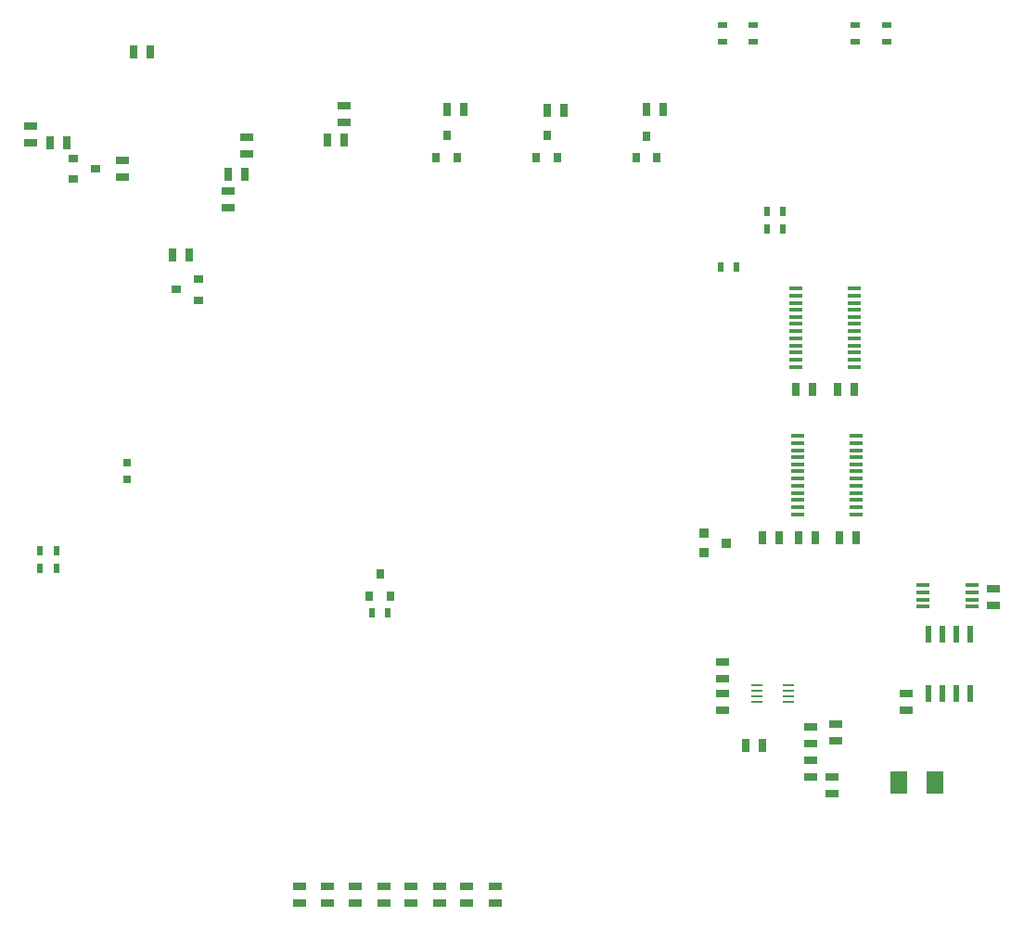
<source format=gbp>
G04 #@! TF.FileFunction,Paste,Bot*
%FSLAX46Y46*%
G04 Gerber Fmt 4.6, Leading zero omitted, Abs format (unit mm)*
G04 Created by KiCad (PCBNEW 4.0.6) date 11/02/17 20:58:10*
%MOMM*%
%LPD*%
G01*
G04 APERTURE LIST*
%ADD10C,0.150000*%
%ADD11R,0.600000X1.550000*%
%ADD12R,1.270000X0.406400*%
%ADD13R,0.500000X0.900000*%
%ADD14R,1.000760X0.248920*%
%ADD15R,0.914400X0.914400*%
%ADD16R,1.524000X2.032000*%
%ADD17R,0.635000X1.143000*%
%ADD18R,1.143000X0.635000*%
%ADD19R,0.750000X0.800000*%
%ADD20R,0.900000X0.500000*%
%ADD21R,0.900000X0.800000*%
%ADD22R,0.800000X0.900000*%
G04 APERTURE END LIST*
D10*
D11*
X114808000Y-116172000D03*
X116078000Y-116172000D03*
X117348000Y-116172000D03*
X118618000Y-116172000D03*
X118618000Y-121572000D03*
X117348000Y-121572000D03*
X116078000Y-121572000D03*
X114808000Y-121572000D03*
D12*
X114363500Y-113626900D03*
X114363500Y-112979200D03*
X114363500Y-112318800D03*
X114363500Y-111671100D03*
X118808500Y-111671100D03*
X118808500Y-112318800D03*
X118808500Y-112979200D03*
X118808500Y-113626900D03*
D13*
X65520000Y-114223800D03*
X64020000Y-114223800D03*
X33743200Y-110109000D03*
X35243200Y-110109000D03*
X33743200Y-108534200D03*
X35243200Y-108534200D03*
X97358900Y-82626200D03*
X95858900Y-82626200D03*
D14*
X99161600Y-120827800D03*
X99161600Y-121335800D03*
X99161600Y-121843800D03*
X99161600Y-122351800D03*
X102057200Y-120827800D03*
X102057200Y-121335800D03*
X102057200Y-121843800D03*
X102057200Y-122351800D03*
D15*
X94361000Y-106934000D03*
X94361000Y-108712000D03*
X96393000Y-107823000D03*
D16*
X112141000Y-129667000D03*
X115443000Y-129667000D03*
D17*
X90627200Y-68249800D03*
X89103200Y-68249800D03*
D18*
X104089200Y-126136400D03*
X104089200Y-124612400D03*
D17*
X101244400Y-107315000D03*
X99720400Y-107315000D03*
D18*
X41275000Y-72898000D03*
X41275000Y-74422000D03*
D17*
X81534000Y-68300600D03*
X80010000Y-68300600D03*
X61468000Y-71043800D03*
X59944000Y-71043800D03*
X52451000Y-74168000D03*
X50927000Y-74168000D03*
D18*
X50927000Y-77216000D03*
X50927000Y-75692000D03*
D17*
X34671000Y-71247000D03*
X36195000Y-71247000D03*
D18*
X61468000Y-67843400D03*
X61468000Y-69367400D03*
X52578000Y-70739000D03*
X52578000Y-72263000D03*
D17*
X43815000Y-62992000D03*
X42291000Y-62992000D03*
D18*
X32893000Y-69723000D03*
X32893000Y-71247000D03*
D12*
X102743000Y-91719400D03*
X102743000Y-91084400D03*
X102743000Y-90424000D03*
X102743000Y-89763600D03*
X102743000Y-89128600D03*
X102743000Y-88468200D03*
X102743000Y-87807800D03*
X102743000Y-87172800D03*
X102743000Y-86512400D03*
X102743000Y-85877400D03*
X102743000Y-85217000D03*
X102743000Y-84556600D03*
X108077000Y-84531200D03*
X108077000Y-85217000D03*
X108077000Y-85877400D03*
X108077000Y-86512400D03*
X108077000Y-87172800D03*
X108077000Y-87807800D03*
X108077000Y-88468200D03*
X108077000Y-89128600D03*
X108077000Y-89763600D03*
X108077000Y-90424000D03*
X108077000Y-91084400D03*
X108077000Y-91719400D03*
X102946200Y-105181400D03*
X102946200Y-104546400D03*
X102946200Y-103886000D03*
X102946200Y-103225600D03*
X102946200Y-102590600D03*
X102946200Y-101930200D03*
X102946200Y-101269800D03*
X102946200Y-100634800D03*
X102946200Y-99974400D03*
X102946200Y-99339400D03*
X102946200Y-98679000D03*
X102946200Y-98018600D03*
X108280200Y-97993200D03*
X108280200Y-98679000D03*
X108280200Y-99339400D03*
X108280200Y-99974400D03*
X108280200Y-100634800D03*
X108280200Y-101269800D03*
X108280200Y-101930200D03*
X108280200Y-102590600D03*
X108280200Y-103225600D03*
X108280200Y-103886000D03*
X108280200Y-104546400D03*
X108280200Y-105181400D03*
D18*
X112852200Y-121564400D03*
X112852200Y-123088400D03*
X106375200Y-125907800D03*
X106375200Y-124383800D03*
D17*
X72390000Y-68249800D03*
X70866000Y-68249800D03*
X45847000Y-81534000D03*
X47371000Y-81534000D03*
D18*
X96062800Y-123063000D03*
X96062800Y-121539000D03*
X96062800Y-118694200D03*
X96062800Y-120218200D03*
X104089200Y-127685800D03*
X104089200Y-129209800D03*
D17*
X102971600Y-107315000D03*
X104495600Y-107315000D03*
X108051600Y-93802200D03*
X106527600Y-93802200D03*
D18*
X106011980Y-130713480D03*
X106011980Y-129189480D03*
D17*
X102768400Y-93802200D03*
X104292400Y-93802200D03*
X98145600Y-126250700D03*
X99669600Y-126250700D03*
D18*
X120777000Y-113538000D03*
X120777000Y-112014000D03*
D17*
X108254800Y-107315000D03*
X106730800Y-107315000D03*
D19*
X41656000Y-101969000D03*
X41656000Y-100469000D03*
D13*
X101588000Y-77495400D03*
X100088000Y-77495400D03*
X100088000Y-79171800D03*
X101588000Y-79171800D03*
D20*
X98806000Y-61989400D03*
X98806000Y-60489400D03*
X96012000Y-60489400D03*
X96012000Y-61989400D03*
X110998000Y-61989400D03*
X110998000Y-60489400D03*
X108153200Y-60489400D03*
X108153200Y-61989400D03*
D21*
X36795200Y-74584600D03*
X36795200Y-72684600D03*
X38795200Y-73634600D03*
D22*
X90053200Y-72653400D03*
X88153200Y-72653400D03*
X89103200Y-70653400D03*
X71816000Y-72602600D03*
X69916000Y-72602600D03*
X70866000Y-70602600D03*
D21*
X48193200Y-83708200D03*
X48193200Y-85608200D03*
X46193200Y-84658200D03*
D22*
X80960000Y-72602600D03*
X79060000Y-72602600D03*
X80010000Y-70602600D03*
X65720000Y-112633000D03*
X63820000Y-112633000D03*
X64770000Y-110633000D03*
D18*
X65151000Y-140716000D03*
X65151000Y-139192000D03*
X75311000Y-140716000D03*
X75311000Y-139192000D03*
X62484000Y-140716000D03*
X62484000Y-139192000D03*
X72644000Y-140716000D03*
X72644000Y-139192000D03*
X59944000Y-140716000D03*
X59944000Y-139192000D03*
X70231000Y-140716000D03*
X70231000Y-139192000D03*
X57404000Y-140716000D03*
X57404000Y-139192000D03*
X67564000Y-140716000D03*
X67564000Y-139192000D03*
M02*

</source>
